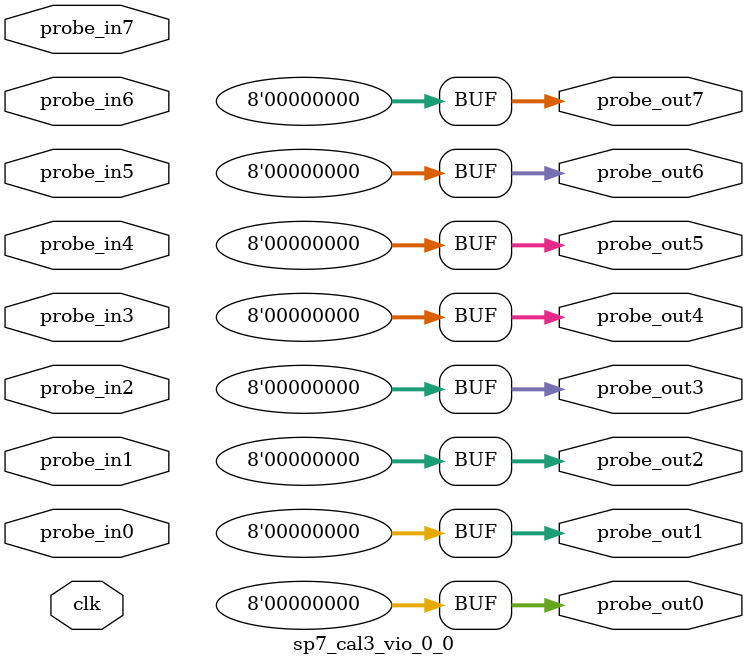
<source format=v>
`timescale 1ns / 1ps
module sp7_cal3_vio_0_0 (
clk,
probe_in0,probe_in1,probe_in2,probe_in3,probe_in4,probe_in5,probe_in6,probe_in7,
probe_out0,
probe_out1,
probe_out2,
probe_out3,
probe_out4,
probe_out5,
probe_out6,
probe_out7
);

input clk;
input [7 : 0] probe_in0;
input [7 : 0] probe_in1;
input [7 : 0] probe_in2;
input [7 : 0] probe_in3;
input [7 : 0] probe_in4;
input [7 : 0] probe_in5;
input [7 : 0] probe_in6;
input [7 : 0] probe_in7;

output reg [7 : 0] probe_out0 = 'h00 ;
output reg [7 : 0] probe_out1 = 'h00 ;
output reg [7 : 0] probe_out2 = 'h00 ;
output reg [7 : 0] probe_out3 = 'h00 ;
output reg [7 : 0] probe_out4 = 'h00 ;
output reg [7 : 0] probe_out5 = 'h00 ;
output reg [7 : 0] probe_out6 = 'h00 ;
output reg [7 : 0] probe_out7 = 'h00 ;


endmodule

</source>
